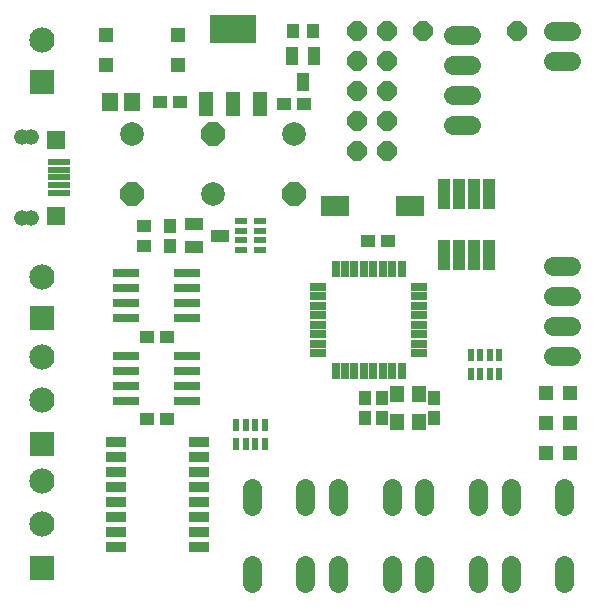
<source format=gts>
G04 EAGLE Gerber RS-274X export*
G75*
%MOMM*%
%FSLAX34Y34*%
%LPD*%
%INTop Soldermask*%
%IPPOS*%
%AMOC8*
5,1,8,0,0,1.08239X$1,22.5*%
G01*
%ADD10R,1.301600X1.301600*%
%ADD11R,1.201600X1.101600*%
%ADD12R,1.901600X0.501600*%
%ADD13R,1.501600X1.501600*%
%ADD14C,1.329600*%
%ADD15C,1.625600*%
%ADD16R,0.660400X1.371600*%
%ADD17R,1.371600X0.660400*%
%ADD18R,1.301600X2.101600*%
%ADD19R,3.901600X2.401600*%
%ADD20R,2.301600X0.701600*%
%ADD21R,1.801600X0.901600*%
%ADD22R,0.600000X1.000000*%
%ADD23R,2.133600X2.133600*%
%ADD24C,2.133600*%
%ADD25R,1.101600X1.201600*%
%ADD26R,1.101600X1.501600*%
%ADD27R,1.401600X1.601600*%
%ADD28R,1.501600X1.101600*%
%ADD29C,2.006600*%
%ADD30P,2.171924X8X292.500000*%
%ADD31R,1.000000X0.600000*%
%ADD32P,1.759533X8X22.500000*%
%ADD33P,2.171924X8X112.500000*%
%ADD34R,0.990600X2.641600*%
%ADD35P,1.759533X8X292.500000*%
%ADD36R,2.401600X1.701600*%
%ADD37R,1.201600X1.401600*%


D10*
X151150Y476550D03*
X151150Y450550D03*
X90150Y450550D03*
X90150Y476550D03*
D11*
X152963Y419100D03*
X135963Y419100D03*
X141850Y220663D03*
X124850Y220663D03*
D12*
X50900Y349100D03*
X50900Y342600D03*
X50900Y362100D03*
X50900Y368600D03*
X50900Y355600D03*
D13*
X48400Y323100D03*
X48400Y387600D03*
D14*
X27100Y321600D03*
X27100Y389600D03*
X19300Y389600D03*
X19300Y321600D03*
D15*
X468630Y204788D02*
X483870Y204788D01*
X483870Y230188D02*
X468630Y230188D01*
X468630Y255588D02*
X483870Y255588D01*
X483870Y280988D02*
X468630Y280988D01*
X468630Y453988D02*
X483870Y453988D01*
X483870Y479388D02*
X468630Y479388D01*
X399733Y476250D02*
X384493Y476250D01*
X384493Y450850D02*
X399733Y450850D01*
X399733Y425450D02*
X384493Y425450D01*
X384493Y400050D02*
X399733Y400050D01*
D16*
X284738Y192024D03*
X292738Y192024D03*
X300738Y192024D03*
X308738Y192024D03*
X316738Y192024D03*
X324738Y192024D03*
X332738Y192024D03*
X340738Y192024D03*
D17*
X355664Y206950D03*
X355664Y214950D03*
X355664Y222950D03*
X355664Y230950D03*
X355664Y238950D03*
X355664Y246950D03*
X355664Y254950D03*
X355664Y262950D03*
D16*
X340738Y277876D03*
X332738Y277876D03*
X324738Y277876D03*
X316738Y277876D03*
X308738Y277876D03*
X300738Y277876D03*
X292738Y277876D03*
X284738Y277876D03*
D17*
X269812Y262950D03*
X269812Y254950D03*
X269812Y246950D03*
X269812Y238950D03*
X269812Y230950D03*
X269812Y222950D03*
X269812Y214950D03*
X269812Y206950D03*
D18*
X221080Y418080D03*
X198080Y418080D03*
X175080Y418080D03*
D19*
X198080Y481580D03*
D20*
X107350Y261938D03*
X159350Y261938D03*
X107350Y274638D03*
X107350Y249238D03*
X107350Y236538D03*
X159350Y274638D03*
X159350Y249238D03*
X159350Y236538D03*
D21*
X98765Y42555D03*
X98765Y55305D03*
X98765Y68055D03*
X98765Y80805D03*
X98765Y93555D03*
X98765Y106055D03*
X98765Y118805D03*
X98765Y131555D03*
X169265Y42555D03*
X169265Y55305D03*
X169265Y68055D03*
X169265Y80805D03*
X169265Y93555D03*
X169265Y106055D03*
X169265Y118805D03*
X169265Y131555D03*
D10*
X483575Y173038D03*
X462575Y173038D03*
X483575Y147638D03*
X462575Y147638D03*
X483575Y122238D03*
X462575Y122238D03*
D22*
X224725Y146113D03*
X216725Y146113D03*
X208725Y146113D03*
X200725Y146113D03*
X200725Y130113D03*
X208725Y130113D03*
X216725Y130113D03*
X224725Y130113D03*
X423163Y204850D03*
X415163Y204850D03*
X407163Y204850D03*
X399163Y204850D03*
X399163Y188850D03*
X407163Y188850D03*
X415163Y188850D03*
X423163Y188850D03*
D23*
X36513Y25210D03*
D24*
X36513Y61988D03*
X36513Y98766D03*
D23*
X36513Y129985D03*
D24*
X36513Y166763D03*
X36513Y203541D03*
D25*
X368300Y151838D03*
X368300Y168838D03*
X323850Y151838D03*
X323850Y168838D03*
D11*
X312175Y301625D03*
X329175Y301625D03*
D23*
X36513Y436563D03*
D24*
X36513Y471563D03*
D11*
X240738Y417513D03*
X257738Y417513D03*
D26*
X257175Y436675D03*
X247675Y458675D03*
X266675Y458675D03*
D27*
X112663Y419100D03*
X93663Y419100D03*
D11*
X124850Y150813D03*
X141850Y150813D03*
D28*
X187213Y306388D03*
X165213Y296888D03*
X165213Y315888D03*
D11*
X122238Y297888D03*
X122238Y314888D03*
D25*
X144463Y297888D03*
X144463Y314888D03*
D29*
X112713Y392113D03*
D30*
X112713Y341313D03*
D31*
X220725Y294388D03*
X220725Y302388D03*
X220725Y310388D03*
X220725Y318388D03*
X204725Y318388D03*
X204725Y310388D03*
X204725Y302388D03*
X204725Y294388D03*
D23*
X36513Y236538D03*
D24*
X36513Y271538D03*
D32*
X358775Y479425D03*
X438150Y479425D03*
D25*
X265675Y479425D03*
X248675Y479425D03*
D29*
X249238Y392650D03*
D30*
X249238Y341850D03*
D15*
X213932Y27496D02*
X213932Y12256D01*
X259144Y12256D02*
X259144Y27496D01*
X213932Y77280D02*
X213932Y92520D01*
X259144Y92520D02*
X259144Y77280D01*
X286957Y27496D02*
X286957Y12256D01*
X332169Y12256D02*
X332169Y27496D01*
X286957Y77280D02*
X286957Y92520D01*
X332169Y92520D02*
X332169Y77280D01*
X359982Y27496D02*
X359982Y12256D01*
X405194Y12256D02*
X405194Y27496D01*
X359982Y77280D02*
X359982Y92520D01*
X405194Y92520D02*
X405194Y77280D01*
X433007Y27496D02*
X433007Y12256D01*
X478219Y12256D02*
X478219Y27496D01*
X433007Y77280D02*
X433007Y92520D01*
X478219Y92520D02*
X478219Y77280D01*
D25*
X309563Y151838D03*
X309563Y168838D03*
D20*
X107350Y192088D03*
X159350Y192088D03*
X107350Y204788D03*
X107350Y179388D03*
X107350Y166688D03*
X159350Y204788D03*
X159350Y179388D03*
X159350Y166688D03*
D29*
X180975Y341313D03*
D33*
X180975Y392113D03*
D34*
X401638Y341913D03*
X401638Y289913D03*
X414338Y341913D03*
X388938Y341913D03*
X376238Y341913D03*
X414338Y289913D03*
X388938Y289913D03*
X376238Y289913D03*
D35*
X303213Y479425D03*
X328613Y479425D03*
X303213Y454025D03*
X328613Y454025D03*
X303213Y428625D03*
X328613Y428625D03*
X303213Y403225D03*
X328613Y403225D03*
X303213Y377825D03*
X328613Y377825D03*
D36*
X284413Y331788D03*
X347413Y331788D03*
D37*
X337075Y148838D03*
X355075Y171838D03*
X337075Y171838D03*
X355075Y148838D03*
M02*

</source>
